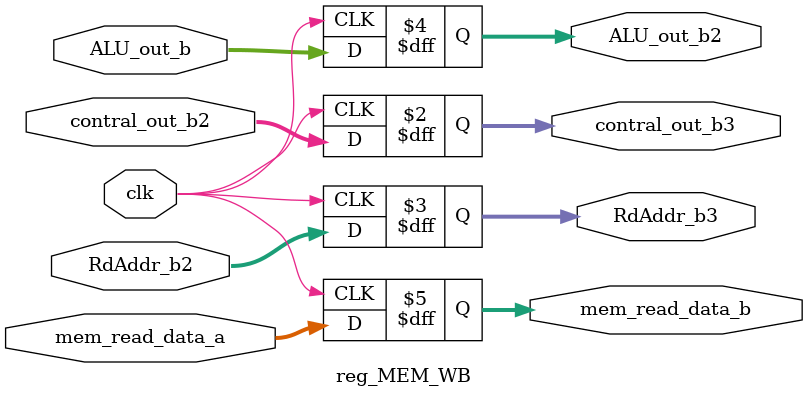
<source format=v>
module reg_MEM_WB (
    input clk,
    input [2:0] contral_out_b2,
    input [4:0] RdAddr_b2,
    input [31:0] ALU_out_b,
    input [31:0] mem_read_data_a,
    output reg [2:0] contral_out_b3,//[2]=Reg_w, [1]=Mem_w, [0]=Mem_r
	output reg [4:0] RdAddr_b3,
	output reg [31:0] ALU_out_b2,
	output reg [31:0] mem_read_data_b
);
    always @(posedge clk) begin
		//stage 4 to 5
		contral_out_b3 <= contral_out_b2;
		RdAddr_b3 <= RdAddr_b2;
		ALU_out_b2 <= ALU_out_b;
		mem_read_data_b <= mem_read_data_a;
	end
endmodule

</source>
